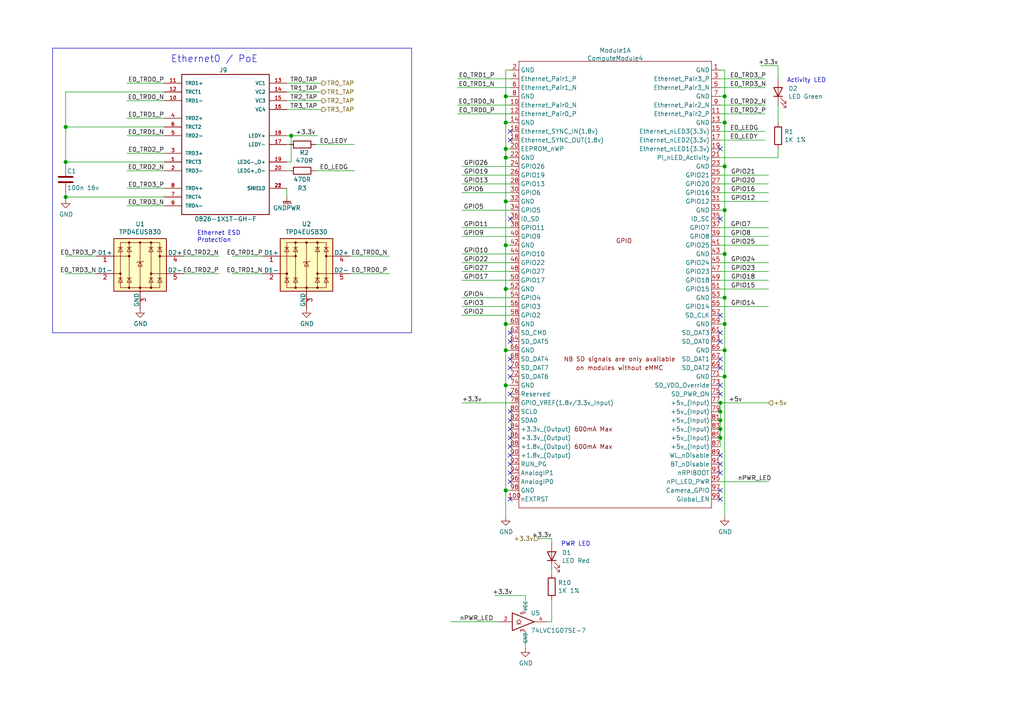
<source format=kicad_sch>
(kicad_sch (version 20201015) (generator eeschema)
  (paper "A4")
  (title_block (title "AP3500v2") (date "2021-01-19") (rev "1") (company "(c) ISis ImageStream Internet Solutions 2020") (comment 1 "www.imagestream.com"))
  (lib_symbols
    (symbol "0826-1X1T-GH-F:0826-1X1T-GH-F" (pin_names (offset 1.016))
      (property "Reference" "J" (at -12.7 20.828 0))
      (property "Value" "0826-1X1T-GH-F" (at -12.7254 -23.4188 0))
      (symbol "0826-1X1T-GH-F_0_0"
        (polyline (pts (xy -12.7 20.32) (xy -12.7 -20.32)) (stroke (width 0.254)))
        (polyline (pts (xy -12.7 -20.32) (xy 12.7 -20.32)) (stroke (width 0.254)))
        (polyline (pts (xy 12.7 -20.32) (xy 12.7 20.32)) (stroke (width 0.254)))
        (polyline (pts (xy 12.7 20.32) (xy -12.7 20.32)) (stroke (width 0.254)))
        (pin bidirectional line (at -17.78 12.7 0) (length 5.08) (name "TRD1-") (number "10"))
        (pin bidirectional line (at -17.78 15.24 0) (length 5.08) (name "TRCT1") (number "12"))
        (pin bidirectional line (at -17.78 17.78 0) (length 5.08) (name "TRD1+") (number "11"))
        (pin bidirectional line (at -17.78 2.54 0) (length 5.08) (name "TRD2-") (number "5"))
        (pin bidirectional line (at -17.78 5.08 0) (length 5.08) (name "TRCT2") (number "6"))
        (pin bidirectional line (at -17.78 7.62 0) (length 5.08) (name "TRD2+") (number "4"))
        (pin bidirectional line (at -17.78 -7.62 0) (length 5.08) (name "TRD3-") (number "2"))
        (pin bidirectional line (at -17.78 -5.08 0) (length 5.08) (name "TRCT3") (number "1"))
        (pin bidirectional line (at -17.78 -2.54 0) (length 5.08) (name "TRD3+") (number "3"))
        (pin bidirectional line (at -17.78 -17.78 0) (length 5.08) (name "TRD4-") (number "9"))
        (pin bidirectional line (at -17.78 -15.24 0) (length 5.08) (name "TRCT4") (number "7"))
        (pin bidirectional line (at -17.78 -12.7 0) (length 5.08) (name "TRD4+") (number "8"))
        (pin bidirectional line (at 17.78 17.78 180) (length 5.08) (name "VC1") (number "13"))
        (pin bidirectional line (at 17.78 15.24 180) (length 5.08) (name "VC2") (number "14"))
        (pin bidirectional line (at 17.78 12.7 180) (length 5.08) (name "VC3") (number "15"))
        (pin bidirectional line (at 17.78 10.16 180) (length 5.08) (name "VC4") (number "16"))
        (pin passive line (at 17.78 2.54 180) (length 5.08) (name "LEDY+") (number "18"))
        (pin passive line (at 17.78 0 180) (length 5.08) (name "LEDY-") (number "17"))
        (pin passive line (at 17.78 -5.08 180) (length 5.08) (name "LEDG-_O+") (number "19"))
        (pin passive line (at 17.78 -7.62 180) (length 5.08) (name "LEDG+_O-") (number "20"))
        (pin passive line (at 17.78 -12.7 180) (length 5.08) (name "SHIELD") (number "21"))
        (pin passive line (at 17.78 -12.7 180) (length 5.08) (name "SHIELD") (number "22"))
      )
    )
    (symbol "AP3500:74LVC1G07_copy"
      (property "Reference" "U" (at -2.54 3.81 0))
      (property "Value" "74LVC1G07_copy" (at 0 -3.81 0))
      (symbol "74LVC1G07_copy_0_1"
        (polyline (pts (xy -2.54 -0.635) (xy -1.27 -0.635)))
        (polyline (pts (xy -3.81 2.54) (xy -3.81 -2.54) (xy 2.54 0) (xy -3.81 2.54)) (stroke (width 0.254)))
        (polyline (pts (xy -1.905 0.635) (xy -2.54 0) (xy -1.905 -0.635) (xy -1.27 0) (xy -1.905 0.635)))
      )
      (symbol "74LVC1G07_copy_1_1"
        (pin input line (at -7.62 0 0) (length 3.81) (name "~") (number "2"))
        (pin power_in line (at 0 -2.54 270) (length 0) (name "GND") (number "3"))
        (pin open_collector line (at 6.35 0 180) (length 3.81) (name "~") (number "4"))
        (pin power_in line (at 0 2.54 90) (length 0) (name "VCC") (number "5"))
      )
    )
    (symbol "AP3500:ComputeModule4-CM4"
      (property "Reference" "Module" (at 113.03 -68.58 0))
      (property "Value" "ComputeModule4-CM4" (at 140.97 2.54 0))
      (property "Field4" "Hirose" (at 0 0 0))
      (property "Field5" "2x DF40C-100DS-0.4V" (at 0 -2.54 0))
      (symbol "ComputeModule4-CM4_1_0"
        (text "GPIO" (at 0 6.35 0) (effects (font (size 1.27 1.27))))
      )
      (symbol "ComputeModule4-CM4_1_1"
        (text "600mA Max" (at -8.89 -53.34 0) (effects (font (size 1.27 1.27))))
        (text "600mA Max" (at -8.89 -48.26 0) (effects (font (size 1.27 1.27))))
        (text "NB SD signals are only available" (at -1.27 -27.94 0) (effects (font (size 1.27 1.27))))
        (text "on modules without eMMC" (at -1.27 -30.48 0) (effects (font (size 1.27 1.27))))
        (rectangle (start -30.48 -71.12) (end 25.4 58.42))
        (pin power_in line (at 27.94 55.88 180) (length 2.54) (name "GND") (number "1"))
        (pin passive line (at -33.02 45.72 0) (length 2.54) (name "Ethernet_Pair0_N") (number "10"))
        (pin output line (at -33.02 -68.58 0) (length 2.54) (name "nEXTRST") (number "100"))
        (pin passive line (at 27.94 43.18 180) (length 2.54) (name "Ethernet_Pair2_P") (number "11"))
        (pin passive line (at -33.02 43.18 0) (length 2.54) (name "Ethernet_Pair0_P") (number "12"))
        (pin power_in line (at 27.94 40.64 180) (length 2.54) (name "GND") (number "13"))
        (pin power_in line (at -33.02 40.64 0) (length 2.54) (name "GND") (number "14"))
        (pin output line (at 27.94 38.1 180) (length 2.54) (name "Ethernet_nLED3(3.3v)") (number "15"))
        (pin input line (at -33.02 38.1 0) (length 2.54) (name "Ethernet_SYNC_IN(1.8v)") (number "16"))
        (pin output line (at 27.94 35.56 180) (length 2.54) (name "Ethernet_nLED2(3.3v)") (number "17"))
        (pin input line (at -33.02 35.56 0) (length 2.54) (name "Ethernet_SYNC_OUT(1.8v)") (number "18"))
        (pin output line (at 27.94 33.02 180) (length 2.54) (name "Ethernet_nLED1(3.3v)") (number "19"))
        (pin power_in line (at -33.02 55.88 0) (length 2.54) (name "GND") (number "2"))
        (pin passive line (at -33.02 33.02 0) (length 2.54) (name "EEPROM_nWP") (number "20"))
        (pin open_collector line (at 27.94 30.48 180) (length 2.54) (name "PI_nLED_Activity") (number "21"))
        (pin power_in line (at -33.02 30.48 0) (length 2.54) (name "GND") (number "22"))
        (pin power_in line (at 27.94 27.94 180) (length 2.54) (name "GND") (number "23"))
        (pin passive line (at -33.02 27.94 0) (length 2.54) (name "GPIO26") (number "24"))
        (pin passive line (at 27.94 25.4 180) (length 2.54) (name "GPIO21") (number "25"))
        (pin passive line (at -33.02 25.4 0) (length 2.54) (name "GPIO19") (number "26"))
        (pin passive line (at 27.94 22.86 180) (length 2.54) (name "GPIO20") (number "27"))
        (pin passive line (at -33.02 22.86 0) (length 2.54) (name "GPIO13") (number "28"))
        (pin passive line (at 27.94 20.32 180) (length 2.54) (name "GPIO16") (number "29"))
        (pin passive line (at 27.94 53.34 180) (length 2.54) (name "Ethernet_Pair3_P") (number "3"))
        (pin passive line (at -33.02 20.32 0) (length 2.54) (name "GPIO6") (number "30"))
        (pin passive line (at 27.94 17.78 180) (length 2.54) (name "GPIO12") (number "31"))
        (pin power_in line (at -33.02 17.78 0) (length 2.54) (name "GND") (number "32"))
        (pin power_in line (at 27.94 15.24 180) (length 2.54) (name "GND") (number "33"))
        (pin passive line (at -33.02 15.24 0) (length 2.54) (name "GPIO5") (number "34"))
        (pin passive line (at 27.94 12.7 180) (length 2.54) (name "ID_SC") (number "35"))
        (pin passive line (at -33.02 12.7 0) (length 2.54) (name "ID_SD") (number "36"))
        (pin passive line (at 27.94 10.16 180) (length 2.54) (name "GPIO7") (number "37"))
        (pin passive line (at -33.02 10.16 0) (length 2.54) (name "GPIO11") (number "38"))
        (pin passive line (at 27.94 7.62 180) (length 2.54) (name "GPIO8") (number "39"))
        (pin passive line (at -33.02 53.34 0) (length 2.54) (name "Ethernet_Pair1_P") (number "4"))
        (pin passive line (at -33.02 7.62 0) (length 2.54) (name "GPIO9") (number "40"))
        (pin passive line (at 27.94 5.08 180) (length 2.54) (name "GPIO25") (number "41"))
        (pin power_in line (at -33.02 5.08 0) (length 2.54) (name "GND") (number "42"))
        (pin power_in line (at 27.94 2.54 180) (length 2.54) (name "GND") (number "43"))
        (pin passive line (at -33.02 2.54 0) (length 2.54) (name "GPIO10") (number "44"))
        (pin passive line (at 27.94 0 180) (length 2.54) (name "GPIO24") (number "45"))
        (pin passive line (at -33.02 0 0) (length 2.54) (name "GPIO22") (number "46"))
        (pin passive line (at 27.94 -2.54 180) (length 2.54) (name "GPIO23") (number "47"))
        (pin passive line (at -33.02 -2.54 0) (length 2.54) (name "GPIO27") (number "48"))
        (pin passive line (at 27.94 -5.08 180) (length 2.54) (name "GPIO18") (number "49"))
        (pin passive line (at 27.94 50.8 180) (length 2.54) (name "Ethernet_Pair3_N") (number "5"))
        (pin passive line (at -33.02 -5.08 0) (length 2.54) (name "GPIO17") (number "50"))
        (pin passive line (at 27.94 -7.62 180) (length 2.54) (name "GPIO15") (number "51"))
        (pin power_in line (at -33.02 -7.62 0) (length 2.54) (name "GND") (number "52"))
        (pin power_in line (at 27.94 -10.16 180) (length 2.54) (name "GND") (number "53"))
        (pin passive line (at -33.02 -10.16 0) (length 2.54) (name "GPIO4") (number "54"))
        (pin passive line (at 27.94 -12.7 180) (length 2.54) (name "GPIO14") (number "55"))
        (pin passive line (at -33.02 -12.7 0) (length 2.54) (name "GPIO3") (number "56"))
        (pin passive line (at 27.94 -15.24 180) (length 2.54) (name "SD_CLK") (number "57"))
        (pin passive line (at -33.02 -15.24 0) (length 2.54) (name "GPIO2") (number "58"))
        (pin power_in line (at 27.94 -17.78 180) (length 2.54) (name "GND") (number "59"))
        (pin passive line (at -33.02 50.8 0) (length 2.54) (name "Ethernet_Pair1_N") (number "6"))
        (pin power_in line (at -33.02 -17.78 0) (length 2.54) (name "GND") (number "60"))
        (pin passive line (at 27.94 -20.32 180) (length 2.54) (name "SD_DAT3") (number "61"))
        (pin passive line (at -33.02 -20.32 0) (length 2.54) (name "SD_CMD") (number "62"))
        (pin passive line (at 27.94 -22.86 180) (length 2.54) (name "SD_DAT0") (number "63"))
        (pin passive line (at -33.02 -22.86 0) (length 2.54) (name "SD_DAT5") (number "64"))
        (pin power_in line (at 27.94 -25.4 180) (length 2.54) (name "GND") (number "65"))
        (pin power_in line (at -33.02 -25.4 0) (length 2.54) (name "GND") (number "66"))
        (pin passive line (at 27.94 -27.94 180) (length 2.54) (name "SD_DAT1") (number "67"))
        (pin passive line (at -33.02 -27.94 0) (length 2.54) (name "SD_DAT4") (number "68"))
        (pin passive line (at 27.94 -30.48 180) (length 2.54) (name "SD_DAT2") (number "69"))
        (pin power_in line (at 27.94 48.26 180) (length 2.54) (name "GND") (number "7"))
        (pin passive line (at -33.02 -30.48 0) (length 2.54) (name "SD_DAT7") (number "70"))
        (pin power_in line (at 27.94 -33.02 180) (length 2.54) (name "GND") (number "71"))
        (pin passive line (at -33.02 -33.02 0) (length 2.54) (name "SD_DAT6") (number "72"))
        (pin input line (at 27.94 -35.56 180) (length 2.54) (name "SD_VDD_Override") (number "73"))
        (pin power_in line (at -33.02 -35.56 0) (length 2.54) (name "GND") (number "74"))
        (pin output line (at 27.94 -38.1 180) (length 2.54) (name "SD_PWR_ON") (number "75"))
        (pin passive line (at -33.02 -38.1 0) (length 2.54) (name "Reserved") (number "76"))
        (pin power_in line (at 27.94 -40.64 180) (length 2.54) (name "+5v_(Input)") (number "77"))
        (pin power_in line (at -33.02 -40.64 0) (length 2.54) (name "GPIO_VREF(1.8v/3.3v_Input)") (number "78"))
        (pin power_in line (at 27.94 -43.18 180) (length 2.54) (name "+5v_(Input)") (number "79"))
        (pin power_in line (at -33.02 48.26 0) (length 2.54) (name "GND") (number "8"))
        (pin passive line (at -33.02 -43.18 0) (length 2.54) (name "SCL0") (number "80"))
        (pin power_in line (at 27.94 -45.72 180) (length 2.54) (name "+5v_(Input)") (number "81"))
        (pin passive line (at -33.02 -45.72 0) (length 2.54) (name "SDA0") (number "82"))
        (pin power_in line (at 27.94 -48.26 180) (length 2.54) (name "+5v_(Input)") (number "83"))
        (pin power_out line (at -33.02 -48.26 0) (length 2.54) (name "+3.3v_(Output)") (number "84"))
        (pin power_in line (at 27.94 -50.8 180) (length 2.54) (name "+5v_(Input)") (number "85"))
        (pin power_out line (at -33.02 -50.8 0) (length 2.54) (name "+3.3v_(Output)") (number "86"))
        (pin power_in line (at 27.94 -53.34 180) (length 2.54) (name "+5v_(Input)") (number "87"))
        (pin power_out line (at -33.02 -53.34 0) (length 2.54) (name "+1.8v_(Output)") (number "88"))
        (pin input line (at 27.94 -55.88 180) (length 2.54) (name "WL_nDisable") (number "89"))
        (pin passive line (at 27.94 45.72 180) (length 2.54) (name "Ethernet_Pair2_N") (number "9"))
        (pin power_out line (at -33.02 -55.88 0) (length 2.54) (name "+1.8v_(Output)") (number "90"))
        (pin input line (at 27.94 -58.42 180) (length 2.54) (name "BT_nDisable") (number "91"))
        (pin passive line (at -33.02 -58.42 0) (length 2.54) (name "RUN_PG") (number "92"))
        (pin input line (at 27.94 -60.96 180) (length 2.54) (name "nRPIBOOT") (number "93"))
        (pin passive line (at -33.02 -60.96 0) (length 2.54) (name "AnalogIP1") (number "94"))
        (pin output line (at 27.94 -63.5 180) (length 2.54) (name "nPI_LED_PWR") (number "95"))
        (pin passive line (at -33.02 -63.5 0) (length 2.54) (name "AnalogIP0") (number "96"))
        (pin passive line (at 27.94 -66.04 180) (length 2.54) (name "Camera_GPIO") (number "97"))
        (pin power_in line (at -33.02 -66.04 0) (length 2.54) (name "GND") (number "98"))
        (pin input line (at 27.94 -68.58 180) (length 2.54) (name "Global_EN") (number "99"))
      )
      (symbol "ComputeModule4-CM4_2_1"
        (text "High Speed Serial" (at 140.97 0 0) (effects (font (size 1.27 1.27))))
        (rectangle (start 114.3 -66.04) (end 165.1 63.5))
        (pin input line (at 170.18 60.96 180) (length 5.08) (name "USB_OTG_ID") (number "101"))
        (pin input line (at 109.22 60.96 0) (length 5.08) (name "PCIe_CLK_nREQ") (number "102"))
        (pin passive line (at 170.18 58.42 180) (length 5.08) (name "USB2_N") (number "103"))
        (pin passive line (at 109.22 58.42 0) (length 5.08) (name "Reserved") (number "104"))
        (pin passive line (at 170.18 55.88 180) (length 5.08) (name "USB2_P") (number "105"))
        (pin passive line (at 109.22 55.88 0) (length 5.08) (name "Reserved") (number "106"))
        (pin power_in line (at 170.18 53.34 180) (length 5.08) (name "GND") (number "107"))
        (pin power_in line (at 109.22 53.34 0) (length 5.08) (name "GND") (number "108"))
        (pin bidirectional line (at 170.18 50.8 180) (length 5.08) (name "PCIe_nRST") (number "109"))
        (pin output line (at 109.22 50.8 0) (length 5.08) (name "PCIe_CLK_P") (number "110"))
        (pin passive line (at 170.18 48.26 180) (length 5.08) (name "VDAC_COMP") (number "111"))
        (pin output line (at 109.22 48.26 0) (length 5.08) (name "PCIe_CLK_N") (number "112"))
        (pin power_in line (at 170.18 45.72 180) (length 5.08) (name "GND") (number "113"))
        (pin power_in line (at 109.22 45.72 0) (length 5.08) (name "GND") (number "114"))
        (pin input line (at 170.18 43.18 180) (length 5.08) (name "CAM1_D0_N") (number "115"))
        (pin input line (at 109.22 43.18 0) (length 5.08) (name "PCIe_RX_P") (number "116"))
        (pin input line (at 170.18 40.64 180) (length 5.08) (name "CAM1_D0_P") (number "117"))
        (pin input line (at 109.22 40.64 0) (length 5.08) (name "PCIe_RX_N") (number "118"))
        (pin power_in line (at 170.18 38.1 180) (length 5.08) (name "GND") (number "119"))
        (pin power_in line (at 109.22 38.1 0) (length 5.08) (name "GND") (number "120"))
        (pin input line (at 170.18 35.56 180) (length 5.08) (name "CAM1_D1_N") (number "121"))
        (pin output line (at 109.22 35.56 0) (length 5.08) (name "PCIe_TX_P") (number "122"))
        (pin input line (at 170.18 33.02 180) (length 5.08) (name "CAM1_D1_P") (number "123"))
        (pin output line (at 109.22 33.02 0) (length 5.08) (name "PCIe_TX_N") (number "124"))
        (pin power_in line (at 170.18 30.48 180) (length 5.08) (name "GND") (number "125"))
        (pin power_in line (at 109.22 30.48 0) (length 5.08) (name "GND") (number "126"))
        (pin input line (at 170.18 27.94 180) (length 5.08) (name "CAM1_C_N") (number "127"))
        (pin input line (at 109.22 27.94 0) (length 5.08) (name "CAM0_D0_N") (number "128"))
        (pin input line (at 170.18 25.4 180) (length 5.08) (name "CAM1_C_P") (number "129"))
        (pin input line (at 109.22 25.4 0) (length 5.08) (name "CAM0_D0_P") (number "130"))
        (pin power_in line (at 170.18 22.86 180) (length 5.08) (name "GND") (number "131"))
        (pin power_in line (at 109.22 22.86 0) (length 5.08) (name "GND") (number "132"))
        (pin input line (at 170.18 20.32 180) (length 5.08) (name "CAM1_D2_N") (number "133"))
        (pin input line (at 109.22 20.32 0) (length 5.08) (name "CAM0_D1_N") (number "134"))
        (pin input line (at 170.18 17.78 180) (length 5.08) (name "CAM1_D2_P") (number "135"))
        (pin input line (at 109.22 17.78 0) (length 5.08) (name "CAM0_D1_P") (number "136"))
        (pin power_in line (at 170.18 15.24 180) (length 5.08) (name "GND") (number "137"))
        (pin power_in line (at 109.22 15.24 0) (length 5.08) (name "GND") (number "138"))
        (pin input line (at 170.18 12.7 180) (length 5.08) (name "CAM1_D3_N") (number "139"))
        (pin input line (at 109.22 12.7 0) (length 5.08) (name "CAM0_C_N") (number "140"))
        (pin input line (at 170.18 10.16 180) (length 5.08) (name "CAM1_D3_P") (number "141"))
        (pin input line (at 109.22 10.16 0) (length 5.08) (name "CAM0_C_P") (number "142"))
        (pin input line (at 170.18 7.62 180) (length 5.08) (name "HDMI1_HOTPLUG") (number "143"))
        (pin power_in line (at 109.22 7.62 0) (length 5.08) (name "GND") (number "144"))
        (pin bidirectional line (at 170.18 5.08 180) (length 5.08) (name "HDMI1_SDA") (number "145"))
        (pin output line (at 109.22 5.08 0) (length 5.08) (name "HDMI1_TX2_P") (number "146"))
        (pin open_collector line (at 170.18 2.54 180) (length 5.08) (name "HDMI1_SCL") (number "147"))
        (pin output line (at 109.22 2.54 0) (length 5.08) (name "HDMI1_TX2_N") (number "148"))
        (pin open_collector line (at 170.18 0 180) (length 5.08) (name "HDMI1_CEC") (number "149"))
        (pin power_in line (at 109.22 0 0) (length 5.08) (name "GND") (number "150"))
        (pin open_collector line (at 170.18 -2.54 180) (length 5.08) (name "HDMI0_CEC") (number "151"))
        (pin output line (at 109.22 -2.54 0) (length 5.08) (name "HDMI1_TX1_P") (number "152"))
        (pin input line (at 170.18 -5.08 180) (length 5.08) (name "HDMI0_HOTPLUG") (number "153"))
        (pin output line (at 109.22 -5.08 0) (length 5.08) (name "HDMI1_TX1_N") (number "154"))
        (pin power_in line (at 170.18 -7.62 180) (length 5.08) (name "GND") (number "155"))
        (pin power_in line (at 109.22 -7.62 0) (length 5.08) (name "GND") (number "156"))
        (pin output line (at 170.18 -10.16 180) (length 5.08) (name "DSI0_D0_N") (number "157"))
        (pin output line (at 109.22 -10.16 0) (length 5.08) (name "HDMI1_TX0_P") (number "158"))
        (pin output line (at 170.18 -12.7 180) (length 5.08) (name "DSI0_D0_P") (number "159"))
        (pin output line (at 109.22 -12.7 0) (length 5.08) (name "HDMI1_TX0_N") (number "160"))
        (pin power_in line (at 170.18 -15.24 180) (length 5.08) (name "GND") (number "161"))
        (pin power_in line (at 109.22 -15.24 0) (length 5.08) (name "GND") (number "162"))
        (pin output line (at 170.18 -17.78 180) (length 5.08) (name "DSI0_D1_N") (number "163"))
        (pin output line (at 109.22 -17.78 0) (length 5.08) (name "HDMI1_CLK_P") (number "164"))
        (pin output line (at 170.18 -20.32 180) (length 5.08) (name "DSI0_D1_P") (number "165"))
        (pin output line (at 109.22 -20.32 0) (length 5.08) (name "HDMI1_CLK_N") (number "166"))
        (pin power_in line (at 170.18 -22.86 180) (length 5.08) (name "GND") (number "167"))
        (pin power_in line (at 109.22 -22.86 0) (length 5.08) (name "GND") (number "168"))
        (pin output line (at 170.18 -25.4 180) (length 5.08) (name "DSI0_C_N") (number "169"))
        (pin output line (at 109.22 -25.4 0) (length 5.08) (name "HDMI0_TX2_P") (number "170"))
        (pin output line (at 170.18 -27.94 180) (length 5.08) (name "DSI0_C_P") (number "171"))
        (pin output line (at 109.22 -27.94 0) (length 5.08) (name "HDMI0_TX2_N") (number "172"))
        (pin power_in line (at 170.18 -30.48 180) (length 5.08) (name "GND") (number "173"))
        (pin power_in line (at 109.22 -30.48 0) (length 5.08) (name "GND") (number "174"))
        (pin output line (at 170.18 -33.02 180) (length 5.08) (name "DSI1_D0_N") (number "175"))
        (pin output line (at 109.22 -33.02 0) (length 5.08) (name "HDMI0_TX1_P") (number "176"))
        (pin output line (at 170.18 -35.56 180) (length 5.08) (name "DSI1_D0_P") (number "177"))
        (pin output line (at 109.22 -35.56 0) (length 5.08) (name "HDMI0_TX1_N") (number "178"))
        (pin power_in line (at 170.18 -38.1 180) (length 5.08) (name "GND") (number "179"))
        (pin power_in line (at 109.22 -38.1 0) (length 5.08) (name "GND") (number "180"))
        (pin output line (at 170.18 -40.64 180) (length 5.08) (name "DSI1_D1_N") (number "181"))
        (pin output line (at 109.22 -40.64 0) (length 5.08) (name "HDMI0_TX0_P") (number "182"))
        (pin output line (at 170.18 -43.18 180) (length 5.08) (name "DSI1_D1_P") (number "183"))
        (pin output line (at 109.22 -43.18 0) (length 5.08) (name "HDMI0_TX0_N") (number "184"))
        (pin power_in line (at 170.18 -45.72 180) (length 5.08) (name "GND") (number "185"))
        (pin power_in line (at 109.22 -45.72 0) (length 5.08) (name "GND") (number "186"))
        (pin output line (at 170.18 -48.26 180) (length 5.08) (name "DSI1_C_N") (number "187"))
        (pin output line (at 109.22 -48.26 0) (length 5.08) (name "HDMI0_CLK_P") (number "188"))
        (pin output line (at 170.18 -50.8 180) (length 5.08) (name "DSI1_C_P") (number "189"))
        (pin output line (at 109.22 -50.8 0) (length 5.08) (name "HDMI0_CLK_N") (number "190"))
        (pin power_in line (at 170.18 -53.34 180) (length 5.08) (name "GND") (number "191"))
        (pin power_in line (at 109.22 -53.34 0) (length 5.08) (name "GND") (number "192"))
        (pin output line (at 170.18 -55.88 180) (length 5.08) (name "DSI1_D2_N") (number "193"))
        (pin output line (at 109.22 -55.88 0) (length 5.08) (name "DSI1_D3_N") (number "194"))
        (pin output line (at 170.18 -58.42 180) (length 5.08) (name "DSI1_D2_P") (number "195"))
        (pin output line (at 109.22 -58.42 0) (length 5.08) (name "DSI1_D3_P") (number "196"))
        (pin power_in line (at 170.18 -60.96 180) (length 5.08) (name "GND") (number "197"))
        (pin power_in line (at 109.22 -60.96 0) (length 5.08) (name "GND") (number "198"))
        (pin bidirectional line (at 170.18 -63.5 180) (length 5.08) (name "HDMI0_SDA") (number "199"))
        (pin open_collector line (at 109.22 -63.5 0) (length 5.08) (name "HDMI0_SCL") (number "200"))
      )
    )
    (symbol "AP3500:TPD4EUSB30" (pin_names (offset 0))
      (property "Reference" "U" (at -0.635 8.89 0))
      (property "Value" "TPD4EUSB30" (at 8.89 -10.16 0))
      (symbol "TPD4EUSB30_0_0"
        (rectangle (start -5.715 6.477) (end 5.715 -6.604))
        (polyline (pts (xy -3.175 -6.604) (xy -3.175 6.477)))
        (polyline (pts (xy 0 6.477) (xy 0 -6.604)))
        (polyline (pts (xy 3.175 6.477) (xy 3.175 -6.604)))
      )
      (symbol "TPD4EUSB30_0_1"
        (circle (center -5.715 -2.54) (radius 0.2794) (fill (type outline)))
        (circle (center -3.175 -6.604) (radius 0.2794) (fill (type outline)))
        (circle (center -3.175 2.54) (radius 0.2794) (fill (type outline)))
        (circle (center -3.175 6.477) (radius 0.2794) (fill (type outline)))
        (circle (center 0 -6.604) (radius 0.2794) (fill (type outline)))
        (circle (center 0 6.477) (radius 0.2794) (fill (type outline)))
        (circle (center 3.175 -6.604) (radius 0.2794) (fill (type outline)))
        (circle (center 3.175 -2.54) (radius 0.2794) (fill (type outline)))
        (circle (center 3.175 6.477) (radius 0.2794) (fill (type outline)))
        (circle (center 5.715 2.54) (radius 0.2794) (fill (type outline)))
        (rectangle (start -7.62 7.62) (end 7.62 -7.62) (stroke (width 0.254)) (fill (type background)))
        (polyline (pts (xy -7.747 2.54) (xy -3.175 2.54)))
        (polyline (pts (xy -7.62 -2.54) (xy -5.715 -2.54)))
        (polyline (pts (xy -5.08 -3.81) (xy -6.35 -3.81)))
        (polyline (pts (xy -5.08 5.08) (xy -6.35 5.08)))
        (polyline (pts (xy -2.54 -3.81) (xy -3.81 -3.81)))
        (polyline (pts (xy -2.54 5.08) (xy -3.81 5.08)))
        (polyline (pts (xy -0.635 0.889) (xy -1.016 0.635)))
        (polyline (pts (xy 0 -6.604) (xy 0 -7.62)))
        (polyline (pts (xy 0.635 0.889) (xy -0.635 0.889)))
        (polyline (pts (xy 0.635 0.889) (xy 1.016 1.143)))
        (polyline (pts (xy 3.81 -3.81) (xy 2.54 -3.81)))
        (polyline (pts (xy 3.81 5.08) (xy 2.54 5.08)))
        (polyline (pts (xy 6.35 -3.81) (xy 5.08 -3.81)))
        (polyline (pts (xy 6.35 5.08) (xy 5.08 5.08)))
        (polyline (pts (xy 7.62 -2.54) (xy 3.175 -2.54)))
        (polyline (pts (xy 7.62 2.54) (xy 5.715 2.54)))
        (polyline (pts (xy -5.08 -5.08) (xy -6.35 -5.08) (xy -5.715 -3.81) (xy -5.08 -5.08)))
        (polyline (pts (xy -5.08 3.81) (xy -6.35 3.81) (xy -5.715 5.08) (xy -5.08 3.81)))
        (polyline (pts (xy -2.54 -5.08) (xy -3.81 -5.08) (xy -3.175 -3.81) (xy -2.54 -5.08)))
        (polyline (pts (xy -2.54 3.81) (xy -3.81 3.81) (xy -3.175 5.08) (xy -2.54 3.81)))
        (polyline (pts (xy 0.635 -0.381) (xy -0.635 -0.381) (xy 0 0.889) (xy 0.635 -0.381)))
        (polyline (pts (xy 3.81 -5.08) (xy 2.54 -5.08) (xy 3.175 -3.81) (xy 3.81 -5.08)))
        (polyline (pts (xy 3.81 3.81) (xy 2.54 3.81) (xy 3.175 5.08) (xy 3.81 3.81)))
        (polyline (pts (xy 6.35 -5.08) (xy 5.08 -5.08) (xy 5.715 -3.81) (xy 6.35 -5.08)))
        (polyline (pts (xy 6.35 3.81) (xy 5.08 3.81) (xy 5.715 5.08) (xy 6.35 3.81)))
      )
      (symbol "TPD4EUSB30_1_1"
        (pin passive line (at -12.7 2.54 0) (length 5.08) (name "D1+") (number "1"))
        (pin passive line (at -12.7 2.54 0) (length 5.08) hide (name "~") (number "10"))
        (pin passive line (at -12.7 -2.54 0) (length 5.08) (name "D1-") (number "2"))
        (pin power_in line (at 0 -12.7 90) (length 5.08) (name "GND") (number "3"))
        (pin passive line (at 12.7 2.54 180) (length 5.08) (name "D2+") (number "4"))
        (pin passive line (at 12.7 -2.54 180) (length 5.08) (name "D2-") (number "5"))
        (pin passive line (at 12.7 -2.54 180) (length 5.08) hide (name "~") (number "6"))
        (pin passive line (at 12.7 2.54 180) (length 5.08) hide (name "~") (number "7"))
        (pin passive line (at 0 -12.7 90) (length 5.08) hide (name "GND") (number "8"))
        (pin passive line (at -12.7 -2.54 0) (length 5.08) hide (name "~") (number "9"))
      )
    )
    (symbol "Device:C" (pin_numbers hide) (pin_names (offset 0.254))
      (property "Reference" "C" (at 0.635 2.54 0))
      (property "Value" "C" (at 0.635 -2.54 0))
      (symbol "C_0_1"
        (polyline (pts (xy -2.032 -0.762) (xy 2.032 -0.762)) (stroke (width 0.508)))
        (polyline (pts (xy -2.032 0.762) (xy 2.032 0.762)) (stroke (width 0.508)))
      )
      (symbol "C_1_1"
        (pin passive line (at 0 3.81 270) (length 2.794) (name "~") (number "1"))
        (pin passive line (at 0 -3.81 90) (length 2.794) (name "~") (number "2"))
      )
    )
    (symbol "Device:LED" (pin_numbers hide) (pin_names hide)
      (property "Reference" "D" (at 0 2.54 0))
      (property "Value" "LED" (at 0 -2.54 0))
      (symbol "LED_0_1"
        (polyline (pts (xy -1.27 -1.27) (xy -1.27 1.27)) (stroke (width 0.254)))
        (polyline (pts (xy -1.27 0) (xy 1.27 0)))
        (polyline (pts (xy 1.27 -1.27) (xy 1.27 1.27) (xy -1.27 0) (xy 1.27 -1.27)) (stroke (width 0.254)))
        (polyline (pts (xy -3.048 -0.762) (xy -4.572 -2.286) (xy -3.81 -2.286) (xy -4.572 -2.286) (xy -4.572 -1.524)))
        (polyline (pts (xy -1.778 -0.762) (xy -3.302 -2.286) (xy -2.54 -2.286) (xy -3.302 -2.286) (xy -3.302 -1.524)))
      )
      (symbol "LED_1_1"
        (pin passive line (at -3.81 0 0) (length 2.54) (name "K") (number "1"))
        (pin passive line (at 3.81 0 180) (length 2.54) (name "A") (number "2"))
      )
    )
    (symbol "Device:R" (pin_numbers hide) (pin_names (offset 0))
      (property "Reference" "R" (at 2.032 0 90))
      (property "Value" "R" (at 0 0 90))
      (symbol "R_0_1"
        (rectangle (start -1.016 -2.54) (end 1.016 2.54) (stroke (width 0.254)))
      )
      (symbol "R_1_1"
        (pin passive line (at 0 3.81 270) (length 1.27) (name "~") (number "1"))
        (pin passive line (at 0 -3.81 90) (length 1.27) (name "~") (number "2"))
      )
    )
    (symbol "power:GND" (power) (pin_names (offset 0))
      (property "Value" "GND" (at 0 -3.81 0))
      (symbol "GND_0_1"
        (polyline (pts (xy 0 0) (xy 0 -1.27) (xy 1.27 -1.27) (xy 0 -2.54) (xy -1.27 -1.27) (xy 0 -1.27)))
      )
      (symbol "GND_1_1"
        (pin power_in line (at 0 0 270) (length 0) hide (name "GND") (number "1"))
      )
    )
    (symbol "power:GNDPWR" (power) (pin_names (offset 0))
      (property "Value" "GNDPWR" (at 0 -3.302 0))
      (symbol "GNDPWR_0_1"
        (polyline (pts (xy 0 -1.27) (xy 0 0)))
        (polyline (pts (xy -1.016 -1.27) (xy -1.27 -2.032) (xy -1.27 -2.032)) (stroke (width 0.2032)))
        (polyline (pts (xy -0.508 -1.27) (xy -0.762 -2.032) (xy -0.762 -2.032)) (stroke (width 0.2032)))
        (polyline (pts (xy 0 -1.27) (xy -0.254 -2.032) (xy -0.254 -2.032)) (stroke (width 0.2032)))
        (polyline (pts (xy 0.508 -1.27) (xy 0.254 -2.032) (xy 0.254 -2.032)) (stroke (width 0.2032)))
        (polyline (pts (xy 1.016 -1.27) (xy -1.016 -1.27) (xy -1.016 -1.27)) (stroke (width 0.2032)))
        (polyline (pts (xy 1.016 -1.27) (xy 0.762 -2.032) (xy 0.762 -2.032) (xy 0.762 -2.032)) (stroke (width 0.2032)))
      )
      (symbol "GNDPWR_1_1"
        (pin power_in line (at 0 0 270) (length 0) hide (name "GNDPWR") (number "1"))
      )
    )
  )
  (junction (at 19.05 36.83) (diameter 1.016))
  (junction (at 19.05 46.99) (diameter 1.016))
  (junction (at 19.05 57.15) (diameter 1.016))
  (junction (at 84.455 39.37) (diameter 1.016))
  (junction (at 146.685 27.94) (diameter 1.016))
  (junction (at 146.685 35.56) (diameter 1.016))
  (junction (at 146.685 43.18) (diameter 1.016))
  (junction (at 146.685 45.72) (diameter 1.016))
  (junction (at 146.685 58.42) (diameter 1.016))
  (junction (at 146.685 71.12) (diameter 1.016))
  (junction (at 146.685 83.82) (diameter 1.016))
  (junction (at 146.685 93.98) (diameter 1.016))
  (junction (at 146.685 101.6) (diameter 1.016))
  (junction (at 146.685 111.76) (diameter 1.016))
  (junction (at 146.685 142.24) (diameter 1.016))
  (junction (at 208.915 116.84) (diameter 1.016))
  (junction (at 208.915 119.38) (diameter 1.016))
  (junction (at 208.915 121.92) (diameter 1.016))
  (junction (at 208.915 124.46) (diameter 1.016))
  (junction (at 208.915 127) (diameter 1.016))
  (junction (at 210.185 27.94) (diameter 1.016))
  (junction (at 210.185 35.56) (diameter 1.016))
  (junction (at 210.185 48.26) (diameter 1.016))
  (junction (at 210.185 60.96) (diameter 1.016))
  (junction (at 210.185 73.66) (diameter 1.016))
  (junction (at 210.185 86.36) (diameter 1.016))
  (junction (at 210.185 93.98) (diameter 1.016))
  (junction (at 210.185 101.6) (diameter 1.016))
  (junction (at 210.185 109.22) (diameter 1.016))
  (no_connect (at 147.955 38.1))
  (no_connect (at 147.955 40.64))
  (no_connect (at 147.955 63.5))
  (no_connect (at 147.955 96.52))
  (no_connect (at 147.955 99.06))
  (no_connect (at 147.955 104.14))
  (no_connect (at 147.955 106.68))
  (no_connect (at 147.955 109.22))
  (no_connect (at 147.955 114.3))
  (no_connect (at 147.955 119.38))
  (no_connect (at 147.955 121.92))
  (no_connect (at 147.955 124.46))
  (no_connect (at 147.955 127))
  (no_connect (at 147.955 129.54))
  (no_connect (at 147.955 132.08))
  (no_connect (at 147.955 134.62))
  (no_connect (at 147.955 137.16))
  (no_connect (at 147.955 139.7))
  (no_connect (at 147.955 144.78))
  (no_connect (at 208.915 43.18))
  (no_connect (at 208.915 63.5))
  (no_connect (at 208.915 91.44))
  (no_connect (at 208.915 96.52))
  (no_connect (at 208.915 99.06))
  (no_connect (at 208.915 104.14))
  (no_connect (at 208.915 106.68))
  (no_connect (at 208.915 111.76))
  (no_connect (at 208.915 114.3))
  (no_connect (at 208.915 132.08))
  (no_connect (at 208.915 134.62))
  (no_connect (at 208.915 137.16))
  (no_connect (at 208.915 142.24))
  (no_connect (at 208.915 144.78))
  (wire (pts (xy 19.05 26.67) (xy 19.05 36.83)))
  (wire (pts (xy 19.05 26.67) (xy 47.625 26.67)))
  (wire (pts (xy 19.05 36.83) (xy 19.05 46.99)))
  (wire (pts (xy 19.05 36.83) (xy 47.625 36.83)))
  (wire (pts (xy 19.05 46.99) (xy 19.05 48.26)))
  (wire (pts (xy 19.05 46.99) (xy 47.625 46.99)))
  (wire (pts (xy 19.05 55.88) (xy 19.05 57.15)))
  (wire (pts (xy 19.05 57.15) (xy 19.05 57.785)))
  (wire (pts (xy 19.05 57.15) (xy 47.625 57.15)))
  (wire (pts (xy 19.05 74.295) (xy 27.94 74.295)))
  (wire (pts (xy 19.05 79.375) (xy 27.94 79.375)))
  (wire (pts (xy 36.83 24.13) (xy 47.625 24.13)))
  (wire (pts (xy 36.83 29.21) (xy 47.625 29.21)))
  (wire (pts (xy 36.83 34.29) (xy 47.625 34.29)))
  (wire (pts (xy 36.83 39.37) (xy 47.625 39.37)))
  (wire (pts (xy 36.83 44.45) (xy 47.625 44.45)))
  (wire (pts (xy 36.83 49.53) (xy 47.625 49.53)))
  (wire (pts (xy 36.83 54.61) (xy 47.625 54.61)))
  (wire (pts (xy 36.83 59.69) (xy 47.625 59.69)))
  (wire (pts (xy 53.34 74.295) (xy 63.5 74.295)))
  (wire (pts (xy 53.34 79.375) (xy 63.5 79.375)))
  (wire (pts (xy 67.31 74.295) (xy 76.2 74.295)))
  (wire (pts (xy 76.2 79.375) (xy 67.31 79.375)))
  (wire (pts (xy 83.185 24.13) (xy 93.345 24.13)))
  (wire (pts (xy 83.185 26.67) (xy 93.345 26.67)))
  (wire (pts (xy 83.185 29.21) (xy 93.345 29.21)))
  (wire (pts (xy 83.185 31.75) (xy 93.345 31.75)))
  (wire (pts (xy 83.185 46.99) (xy 84.455 46.99)))
  (wire (pts (xy 83.185 54.61) (xy 83.185 57.15)))
  (wire (pts (xy 83.82 41.91) (xy 83.185 41.91)))
  (wire (pts (xy 83.82 49.53) (xy 83.185 49.53)))
  (wire (pts (xy 84.455 39.37) (xy 83.185 39.37)))
  (wire (pts (xy 84.455 46.99) (xy 84.455 39.37)))
  (wire (pts (xy 92.075 39.37) (xy 84.455 39.37)))
  (wire (pts (xy 101.6 74.295) (xy 113.03 74.295)))
  (wire (pts (xy 101.6 79.375) (xy 113.03 79.375)))
  (wire (pts (xy 102.87 41.91) (xy 91.44 41.91)))
  (wire (pts (xy 102.87 49.53) (xy 91.44 49.53)))
  (wire (pts (xy 130.81 180.34) (xy 144.78 180.34)))
  (wire (pts (xy 132.715 22.86) (xy 147.955 22.86)))
  (wire (pts (xy 132.715 25.4) (xy 147.955 25.4)))
  (wire (pts (xy 132.715 30.48) (xy 147.955 30.48)))
  (wire (pts (xy 132.715 33.02) (xy 147.955 33.02)))
  (wire (pts (xy 133.985 48.26) (xy 147.955 48.26)))
  (wire (pts (xy 133.985 50.8) (xy 147.955 50.8)))
  (wire (pts (xy 133.985 53.34) (xy 147.955 53.34)))
  (wire (pts (xy 133.985 55.88) (xy 147.955 55.88)))
  (wire (pts (xy 133.985 60.96) (xy 147.955 60.96)))
  (wire (pts (xy 133.985 66.04) (xy 147.955 66.04)))
  (wire (pts (xy 133.985 68.58) (xy 147.955 68.58)))
  (wire (pts (xy 133.985 73.66) (xy 147.955 73.66)))
  (wire (pts (xy 133.985 76.2) (xy 147.955 76.2)))
  (wire (pts (xy 133.985 78.74) (xy 147.955 78.74)))
  (wire (pts (xy 133.985 81.28) (xy 147.955 81.28)))
  (wire (pts (xy 133.985 86.36) (xy 147.955 86.36)))
  (wire (pts (xy 133.985 88.9) (xy 147.955 88.9)))
  (wire (pts (xy 133.985 91.44) (xy 147.955 91.44)))
  (wire (pts (xy 133.985 116.84) (xy 147.955 116.84)))
  (wire (pts (xy 146.685 20.32) (xy 146.685 27.94)))
  (wire (pts (xy 146.685 27.94) (xy 146.685 35.56)))
  (wire (pts (xy 146.685 35.56) (xy 146.685 43.18)))
  (wire (pts (xy 146.685 43.18) (xy 146.685 45.72)))
  (wire (pts (xy 146.685 43.18) (xy 147.955 43.18)))
  (wire (pts (xy 146.685 45.72) (xy 146.685 58.42)))
  (wire (pts (xy 146.685 45.72) (xy 147.955 45.72)))
  (wire (pts (xy 146.685 58.42) (xy 146.685 71.12)))
  (wire (pts (xy 146.685 58.42) (xy 147.955 58.42)))
  (wire (pts (xy 146.685 71.12) (xy 146.685 83.82)))
  (wire (pts (xy 146.685 71.12) (xy 147.955 71.12)))
  (wire (pts (xy 146.685 83.82) (xy 146.685 93.98)))
  (wire (pts (xy 146.685 83.82) (xy 147.955 83.82)))
  (wire (pts (xy 146.685 93.98) (xy 146.685 101.6)))
  (wire (pts (xy 146.685 93.98) (xy 147.955 93.98)))
  (wire (pts (xy 146.685 101.6) (xy 146.685 111.76)))
  (wire (pts (xy 146.685 101.6) (xy 147.955 101.6)))
  (wire (pts (xy 146.685 111.76) (xy 146.685 142.24)))
  (wire (pts (xy 146.685 111.76) (xy 147.955 111.76)))
  (wire (pts (xy 146.685 142.24) (xy 146.685 149.86)))
  (wire (pts (xy 147.955 20.32) (xy 146.685 20.32)))
  (wire (pts (xy 147.955 27.94) (xy 146.685 27.94)))
  (wire (pts (xy 147.955 35.56) (xy 146.685 35.56)))
  (wire (pts (xy 147.955 129.54) (xy 148.209 129.54)))
  (wire (pts (xy 147.955 142.24) (xy 146.685 142.24)))
  (wire (pts (xy 152.4 172.72) (xy 143.51 172.72)))
  (wire (pts (xy 152.4 177.8) (xy 152.4 172.72)))
  (wire (pts (xy 152.4 182.88) (xy 152.4 187.96)))
  (wire (pts (xy 160.02 156.21) (xy 156.21 156.21)))
  (wire (pts (xy 160.02 157.48) (xy 160.02 156.21)))
  (wire (pts (xy 160.02 165.1) (xy 160.02 166.37)))
  (wire (pts (xy 160.02 173.99) (xy 160.02 180.34)))
  (wire (pts (xy 160.02 180.34) (xy 158.75 180.34)))
  (wire (pts (xy 208.915 20.32) (xy 210.185 20.32)))
  (wire (pts (xy 208.915 22.86) (xy 221.869 22.86)))
  (wire (pts (xy 208.915 25.4) (xy 221.869 25.4)))
  (wire (pts (xy 208.915 27.94) (xy 210.185 27.94)))
  (wire (pts (xy 208.915 30.48) (xy 221.869 30.48)))
  (wire (pts (xy 208.915 33.02) (xy 221.869 33.02)))
  (wire (pts (xy 208.915 35.56) (xy 210.185 35.56)))
  (wire (pts (xy 208.915 38.1) (xy 221.869 38.1)))
  (wire (pts (xy 208.915 40.64) (xy 221.869 40.64)))
  (wire (pts (xy 208.915 45.72) (xy 225.679 45.72)))
  (wire (pts (xy 208.915 48.26) (xy 210.185 48.26)))
  (wire (pts (xy 208.915 50.8) (xy 222.885 50.8)))
  (wire (pts (xy 208.915 53.34) (xy 222.885 53.34)))
  (wire (pts (xy 208.915 55.88) (xy 222.885 55.88)))
  (wire (pts (xy 208.915 58.42) (xy 222.885 58.42)))
  (wire (pts (xy 208.915 60.96) (xy 210.185 60.96)))
  (wire (pts (xy 208.915 66.04) (xy 222.885 66.04)))
  (wire (pts (xy 208.915 68.58) (xy 222.885 68.58)))
  (wire (pts (xy 208.915 71.12) (xy 222.885 71.12)))
  (wire (pts (xy 208.915 73.66) (xy 210.185 73.66)))
  (wire (pts (xy 208.915 76.2) (xy 222.885 76.2)))
  (wire (pts (xy 208.915 78.74) (xy 222.885 78.74)))
  (wire (pts (xy 208.915 81.28) (xy 222.885 81.28)))
  (wire (pts (xy 208.915 83.82) (xy 222.885 83.82)))
  (wire (pts (xy 208.915 86.36) (xy 210.185 86.36)))
  (wire (pts (xy 208.915 88.9) (xy 222.885 88.9)))
  (wire (pts (xy 208.915 93.98) (xy 210.185 93.98)))
  (wire (pts (xy 208.915 101.6) (xy 210.185 101.6)))
  (wire (pts (xy 208.915 109.22) (xy 210.185 109.22)))
  (wire (pts (xy 208.915 116.84) (xy 208.915 119.38)))
  (wire (pts (xy 208.915 116.84) (xy 222.885 116.84)))
  (wire (pts (xy 208.915 119.38) (xy 208.915 121.92)))
  (wire (pts (xy 208.915 121.92) (xy 208.915 124.46)))
  (wire (pts (xy 208.915 124.46) (xy 208.915 127)))
  (wire (pts (xy 208.915 127) (xy 208.915 129.54)))
  (wire (pts (xy 208.915 139.7) (xy 222.885 139.7)))
  (wire (pts (xy 210.185 20.32) (xy 210.185 27.94)))
  (wire (pts (xy 210.185 27.94) (xy 210.185 35.56)))
  (wire (pts (xy 210.185 35.56) (xy 210.185 48.26)))
  (wire (pts (xy 210.185 48.26) (xy 210.185 60.96)))
  (wire (pts (xy 210.185 60.96) (xy 210.185 73.66)))
  (wire (pts (xy 210.185 73.66) (xy 210.185 86.36)))
  (wire (pts (xy 210.185 86.36) (xy 210.185 93.98)))
  (wire (pts (xy 210.185 93.98) (xy 210.185 101.6)))
  (wire (pts (xy 210.185 101.6) (xy 210.185 109.22)))
  (wire (pts (xy 210.185 109.22) (xy 210.185 149.86)))
  (wire (pts (xy 220.599 19.05) (xy 225.679 19.05)))
  (wire (pts (xy 225.679 22.86) (xy 225.679 19.05)))
  (wire (pts (xy 225.679 30.48) (xy 225.679 35.56)))
  (wire (pts (xy 225.679 45.72) (xy 225.679 43.18)))
  (polyline (pts (xy 15.24 13.97) (xy 119.38 13.97)) (stroke (width 0) (type solid)))
  (polyline (pts (xy 15.24 96.52) (xy 15.24 13.97)) (stroke (width 0) (type solid)))
  (polyline (pts (xy 119.38 13.97) (xy 119.38 96.52)) (stroke (width 0) (type solid)))
  (polyline (pts (xy 119.38 96.52) (xy 15.24 96.52)) (stroke (width 0) (type solid)))
  (text "Ethernet0 / PoE" (at 49.53 18.415 0) (effects (font (size 2.0066 2.0066)) (justify left bottom)))
  (text "Ethernet ESD\nProtection" (at 57.15 70.485 0) (effects (font (size 1.27 1.27)) (justify left bottom)))
  (text "PWR LED" (at 162.687 158.623 0) (effects (font (size 1.27 1.27)) (justify left bottom)))
  (text "Activity LED" (at 228.219 24.13 0) (effects (font (size 1.27 1.27)) (justify left bottom)))
  (label "E0_TRD3_P" (at 27.94 74.295 180))
  (label "E0_TRD3_N" (at 27.94 79.375 180))
  (label "E0_TRD0_P" (at 47.625 24.13 180))
  (label "E0_TRD0_N" (at 47.625 29.21 180))
  (label "E0_TRD1_P" (at 47.625 34.29 180))
  (label "E0_TRD1_N" (at 47.625 39.37 180))
  (label "E0_TRD2_P" (at 47.625 44.45 180))
  (label "E0_TRD2_N" (at 47.625 49.53 180))
  (label "E0_TRD3_P" (at 47.625 54.61 180))
  (label "E0_TRD3_N" (at 47.625 59.69 180))
  (label "E0_TRD2_N" (at 63.5 74.295 180))
  (label "E0_TRD2_P" (at 63.5 79.375 180))
  (label "E0_TRD1_P" (at 76.2 74.295 180))
  (label "E0_TRD1_N" (at 76.2 79.375 180))
  (label "+3.3v" (at 85.725 39.37 0))
  (label "TR0_TAP" (at 92.075 24.13 180))
  (label "TR1_TAP" (at 92.075 26.67 180))
  (label "TR2_TAP" (at 92.075 29.21 180))
  (label "TR3_TAP" (at 92.075 31.75 180))
  (label "E0_LEDY" (at 92.71 41.91 0))
  (label "E0_LEDG" (at 92.71 49.53 0))
  (label "E0_TRD0_N" (at 112.395 74.295 180))
  (label "E0_TRD0_P" (at 112.395 79.375 180))
  (label "nPWR_LED" (at 133.35 180.34 0))
  (label "+3.3v" (at 133.985 116.84 0))
  (label "GPIO6" (at 140.335 55.88 180))
  (label "GPIO5" (at 140.335 60.96 180))
  (label "GPIO9" (at 140.335 68.58 180))
  (label "GPIO4" (at 140.335 86.36 180))
  (label "GPIO3" (at 140.335 88.9 180))
  (label "GPIO2" (at 140.335 91.44 180))
  (label "GPIO26" (at 141.605 48.26 180))
  (label "GPIO19" (at 141.605 50.8 180))
  (label "GPIO13" (at 141.605 53.34 180))
  (label "GPIO11" (at 141.605 66.04 180))
  (label "GPIO10" (at 141.605 73.66 180))
  (label "GPIO22" (at 141.605 76.2 180))
  (label "GPIO27" (at 141.605 78.74 180))
  (label "GPIO17" (at 141.605 81.28 180))
  (label "E0_TRD1_P" (at 143.51 22.86 180))
  (label "E0_TRD1_N" (at 143.51 25.4 180))
  (label "E0_TRD0_N" (at 143.51 30.48 180))
  (label "E0_TRD0_P" (at 143.51 33.02 180))
  (label "+3.3v" (at 148.59 172.72 180))
  (label "+3.3v" (at 160.02 156.21 180))
  (label "E0_TRD3_P" (at 211.709 22.86 0))
  (label "E0_TRD3_N" (at 211.709 25.4 0))
  (label "E0_TRD2_N" (at 211.709 30.48 0))
  (label "E0_TRD2_P" (at 211.709 33.02 0))
  (label "E0_LEDG" (at 211.709 38.1 0))
  (label "E0_LEDY" (at 211.709 40.64 0))
  (label "nPWR_LED" (at 213.995 139.7 0))
  (label "+5v" (at 215.265 116.84 180))
  (label "GPIO7" (at 217.805 66.04 180))
  (label "GPIO8" (at 217.805 68.58 180))
  (label "GPIO21" (at 219.075 50.8 180))
  (label "GPIO20" (at 219.075 53.34 180))
  (label "GPIO16" (at 219.075 55.88 180))
  (label "GPIO12" (at 219.075 58.42 180))
  (label "GPIO25" (at 219.075 71.12 180))
  (label "GPIO24" (at 219.075 76.2 180))
  (label "GPIO23" (at 219.075 78.74 180))
  (label "GPIO18" (at 219.075 81.28 180))
  (label "GPIO15" (at 219.075 83.82 180))
  (label "GPIO14" (at 219.075 88.9 180))
  (label "+3.3v" (at 225.679 19.05 180))
  (hierarchical_label "TR0_TAP" (shape output) (at 93.345 24.13 0))
  (hierarchical_label "TR1_TAP" (shape output) (at 93.345 26.67 0))
  (hierarchical_label "TR2_TAP" (shape output) (at 93.345 29.21 0))
  (hierarchical_label "TR3_TAP" (shape output) (at 93.345 31.75 0))
  (hierarchical_label "+3.3v" (shape input) (at 156.21 156.21 180))
  (hierarchical_label "+5v" (shape input) (at 222.885 116.84 0))
  (symbol (lib_id "power:GNDPWR") (at 83.185 57.15 0) (mirror y) (unit 1)
    (property "Reference" "#PWR0108" (effects hide))
    (property "Value" "GNDPWR" (at 83.185 60.325 0))
  )
  (symbol (lib_id "power:GND") (at 19.05 57.785 0) (unit 1)
    (property "Reference" "#PWR0107" (effects hide))
    (property "Value" "GND" (at 19.177 62.1792 0))
  )
  (symbol (lib_id "power:GND") (at 40.64 89.535 0) (unit 1)
    (property "Reference" "#PWR0109" (effects hide))
    (property "Value" "GND" (at 40.767 93.9292 0))
  )
  (symbol (lib_id "power:GND") (at 88.9 89.535 0) (unit 1)
    (property "Reference" "#PWR0110" (effects hide))
    (property "Value" "GND" (at 89.027 93.9292 0))
  )
  (symbol (lib_id "power:GND") (at 146.685 149.86 0) (unit 1)
    (property "Reference" "#PWR0104" (effects hide))
    (property "Value" "GND" (at 146.812 154.2542 0))
  )
  (symbol (lib_id "power:GND") (at 152.4 187.96 0) (unit 1)
    (property "Reference" "#PWR05" (effects hide))
    (property "Value" "GND" (at 152.527 192.3542 0))
  )
  (symbol (lib_id "power:GND") (at 210.185 149.86 0) (unit 1)
    (property "Reference" "#PWR0105" (effects hide))
    (property "Value" "GND" (at 210.312 154.2542 0))
  )
  (symbol (lib_id "Device:R") (at 87.63 41.91 90) (mirror x) (unit 1)
    (property "Reference" "R2" (at 88.265 44.2722 90))
    (property "Value" "470R" (at 88.265 46.5836 90))
    (property "Footprint" "Resistor_SMD:R_0603_1608Metric" (effects hide))
    (property "Datasheet" "https://fscdn.rohm.com/en/products/databook/datasheet/passive/resistor/chip_resistor/mcr-e.pdf" (effects hide))
    (property "Field4" "Farnell" (effects hide))
    (property "Field5" "9239197" (effects hide))
    (property "Field7" "KOA EUROPE GMBH" (effects hide))
    (property "Field6" "RK73G1ETQTP4700D         " (effects hide))
    (property "Field8" "120887981" (effects hide))
    (property "Part Description" "Resistor 470R M1005 1% 63mW" (effects hide))
    (property "PartsBoxID" "0603-470R-1%" (effects hide))
  )
  (symbol (lib_id "Device:R") (at 87.63 49.53 90) (mirror x) (unit 1)
    (property "Reference" "R3" (at 87.63 54.61 90))
    (property "Value" "470R" (at 87.63 52.07 90))
    (property "Footprint" "Resistor_SMD:R_0603_1608Metric" (effects hide))
    (property "Datasheet" "https://fscdn.rohm.com/en/products/databook/datasheet/passive/resistor/chip_resistor/mcr-e.pdf" (effects hide))
    (property "Field4" "Farnell" (effects hide))
    (property "Field5" "9239197" (effects hide))
    (property "Field7" "KOA EUROPE GMBH" (effects hide))
    (property "Field6" "RK73G1ETQTP4700D         " (effects hide))
    (property "Field8" "120887981" (effects hide))
    (property "Part Description" "Resistor 470R M1005 1% 63mW" (effects hide))
    (property "PartsBoxID" "0603-470R-1%" (effects hide))
  )
  (symbol (lib_id "Device:R") (at 160.02 170.18 0) (unit 1)
    (property "Reference" "R10" (at 161.798 169.0116 0) (effects (justify left)))
    (property "Value" "1K 1%" (at 161.798 171.323 0) (effects (justify left)))
    (property "Footprint" "Resistor_SMD:R_0603_1608Metric" (effects hide))
    (property "Datasheet" "https://fscdn.rohm.com/en/products/databook/datasheet/passive/resistor/chip_resistor/mcr-e.pdf" (effects hide))
    (property "Field4" "Farnell" (effects hide))
    (property "Field5" "9239235" (effects hide))
    (property "Field7" "KOA EUROPE GMBH" (effects hide))
    (property "Field6" "RK73H1ETTP1001F" (effects hide))
    (property "Part Description" "Resistor 1K M1005 1% 63mW" (effects hide))
    (property "Field8" "125049511" (effects hide))
    (property "PartsBoxID" "0603-1K-1%" (effects hide))
  )
  (symbol (lib_id "Device:R") (at 225.679 39.37 0) (unit 1)
    (property "Reference" "R1" (at 227.457 38.2016 0) (effects (justify left)))
    (property "Value" "1K 1%" (at 227.457 40.513 0) (effects (justify left)))
    (property "Footprint" "Resistor_SMD:R_0603_1608Metric" (effects hide))
    (property "Datasheet" "https://fscdn.rohm.com/en/products/databook/datasheet/passive/resistor/chip_resistor/mcr-e.pdf" (effects hide))
    (property "Field4" "Farnell" (effects hide))
    (property "Field5" "9239235" (effects hide))
    (property "Field7" "KOA EUROPE GMBH" (effects hide))
    (property "Field6" "RK73H1ETTP1001F" (effects hide))
    (property "Part Description" "Resistor 1K M1005 1% 63mW" (effects hide))
    (property "Field8" "125049511" (effects hide))
    (property "PartsBoxID" "0603-1K-1%" (effects hide))
  )
  (symbol (lib_id "Device:LED") (at 160.02 161.29 90) (unit 1)
    (property "Reference" "D1" (at 162.9918 160.2994 90) (effects (justify right)))
    (property "Value" "LED Red" (at 162.9918 162.6108 90) (effects (justify right)))
    (property "Footprint" "LED_SMD:LED_0603_1608Metric" (effects hide))
    (property "Datasheet" "http://optoelectronics.liteon.com/upload/download/DS22-2000-210/LTST-S270KRKT.pdf" (effects hide))
    (property "Field4" "Digikey " (effects hide))
    (property "Field5" "	LTST-S270KRKT" (effects hide))
    (property "Field6" "SML-A12U8TT86Q" (effects hide))
    (property "Field7" "Rohm" (effects hide))
    (property "Field8" "650295101" (effects hide))
    (property "Part Description" "	Red 620nm LED Indication - Discrete 2.2V 2-SMD, No Lead" (effects hide))
    (property "PartsBoxID" "LTST-S270KRKT" (effects hide))
  )
  (symbol (lib_id "Device:LED") (at 225.679 26.67 90) (unit 1)
    (property "Reference" "D2" (at 228.6508 25.6794 90) (effects (justify right)))
    (property "Value" "LED Green" (at 228.6508 27.9908 90) (effects (justify right)))
    (property "Footprint" "LED_SMD:LED_0603_1608Metric" (effects hide))
    (property "Datasheet" "http://optoelectronics.liteon.com/upload/download/DS22-2000-226/LTST-S270KGKT.pdf" (effects hide))
    (property "Field4" "Digikey " (effects hide))
    (property "Field5" "LTST-S270KGKT" (effects hide))
    (property "Field6" "SML-A12M8TT86N" (effects hide))
    (property "Field7" "Rohm" (effects hide))
    (property "Field8" "650263301" (effects hide))
    (property "Part Description" "	Green 572nm LED Indication - Discrete 2.2V 2-SMD, No Lead" (effects hide))
    (property "PartsBoxID" "LTST-S270KGKT" (effects hide))
  )
  (symbol (lib_id "Device:C") (at 19.05 52.07 0) (unit 1)
    (property "Reference" "C1" (at 19.431 49.6316 0) (effects (justify left)))
    (property "Value" "100n 16v" (at 19.431 54.483 0) (effects (justify left)))
    (property "Footprint" "Capacitor_SMD:C_0603_1608Metric" (effects hide))
    (property "Datasheet" "https://search.murata.co.jp/Ceramy/image/img/A01X/G101/ENG/GRM155R71C104KA88-01.pdf" (effects hide))
    (property "Field4" "Farnell" (effects hide))
    (property "Field5" "2611911" (effects hide))
    (property "Field6" "RM EMK105 B7104KV-F" (effects hide))
    (property "Field7" "TAIYO YUDEN EUROPE GMBH" (effects hide))
    (property "Part Description" "	0.1uF 10% 16V Ceramic Capacitor X7R 0402 (1005 Metric)" (effects hide))
    (property "Field8" "110091611" (effects hide))
    (property "PartsBoxID" "0603-100nF-X7R-16V" (effects hide))
  )
  (symbol (lib_id "AP3500:74LVC1G07_copy") (at 152.4 180.34 0) (unit 1)
    (property "Reference" "U5" (at 153.924 177.8 0) (effects (justify left)))
    (property "Value" "74LVC1G07SE-7" (at 153.924 182.88 0) (effects (justify left)))
    (property "Footprint" "Package_TO_SOT_SMD:SOT-353_SC-70-5" (effects hide))
    (property "Datasheet" "https://www.diodes.com/assets/Datasheets/74LVC1G07.pdf" (effects hide))
    (property "Field4" "Farnell" (effects hide))
    (property "Field5" "2425492" (effects hide))
    (property "Field6" "74LVC1G07SE-7" (effects hide))
    (property "Field7" "Diodes" (effects hide))
    (property "Part Description" "Buffer, Non-Inverting 1 Element 1 Bit per Element Open Drain Output SOT-353" (effects hide))
    (property "PartsBoxID" "74LVC1G07SE-7" (effects hide))
  )
  (symbol (lib_id "AP3500:TPD4EUSB30") (at 40.64 76.835 0) (unit 1)
    (property "Reference" "U1" (at 40.64 64.9732 0))
    (property "Value" "TPD4EUSB30" (at 40.64 67.2846 0))
    (property "Footprint" "Scott:USON-10_2.51x1.0mm_P0.5mm" (effects hide))
    (property "Datasheet" "http://www.ti.com/lit/ds/symlink/tpd2eusb30a.pdf" (effects hide))
    (property "Field4" "Farnell" (effects hide))
    (property "Field5" "2335455" (effects hide))
    (property "Field6" "CDDFN10-3324P-13" (effects hide))
    (property "Field7" "Bourns" (effects hide))
    (property "Field8" "UDIO00346" (effects hide))
    (property "Part Description" "Quad TVS diode for high speed signals (USB3, GigE etc.)" (effects hide))
    (property "PartsBoxID" "CDDFN10-3324P" (effects hide))
  )
  (symbol (lib_id "AP3500:TPD4EUSB30") (at 88.9 76.835 0) (unit 1)
    (property "Reference" "U2" (at 88.9 64.9732 0))
    (property "Value" "TPD4EUSB30" (at 88.9 67.2846 0))
    (property "Footprint" "Scott:USON-10_2.51x1.0mm_P0.5mm" (effects hide))
    (property "Datasheet" "http://www.ti.com/lit/ds/symlink/tpd2eusb30a.pdf" (effects hide))
    (property "Field4" "Farnell" (effects hide))
    (property "Field5" "2335455" (effects hide))
    (property "Field6" "CDDFN10-3324P-13" (effects hide))
    (property "Field7" "Bourns" (effects hide))
    (property "Field8" "UDIO00346" (effects hide))
    (property "Part Description" "Quad TVS diode for high speed signals (USB3, GigE etc.)" (effects hide))
    (property "PartsBoxID" "CDDFN10-3324P" (effects hide))
  )
  (symbol (lib_id "0826-1X1T-GH-F:0826-1X1T-GH-F") (at 65.405 41.91 0) (unit 1)
    (property "Reference" "J9" (at 64.77 20.32 0))
    (property "Value" "0826-1X1T-GH-F" (at 65.405 63.5 0))
    (property "Footprint" "BEL_0826-1X1T-GH-F" (effects hide))
    (property "Datasheet" "Bel Component" (effects hide))
    (property "PartsBoxID" "0826-1X1T-GH-F" (effects hide))
  )
  (symbol (lib_id "AP3500:ComputeModule4-CM4") (at 180.975 76.2 0) (unit 1)
    (property "Reference" "Module1" (at 178.435 14.605 0))
    (property "Value" "ComputeModule4" (at 178.435 16.9164 0))
    (property "Footprint" "AP3500:Raspberry-Pi-4-Compute-Module" (effects hide))
    (property "Field4" "Hirose" (effects hide))
    (property "Field5" "2off DF40C-100DS-0.4V" (effects hide))
    (property "Field6" "2off DF40C-100DS-0.4V" (effects hide))
    (property "Field7" "Hirose" (effects hide))
    (property "Part Description" "	100 Position Connector Receptacle, Center Strip Contacts Surface Mount Gold" (effects hide))
    (property "PartsBoxID" "\nDF40C-100DS-0.4V(51)" (effects hide))
  )
)
</source>
